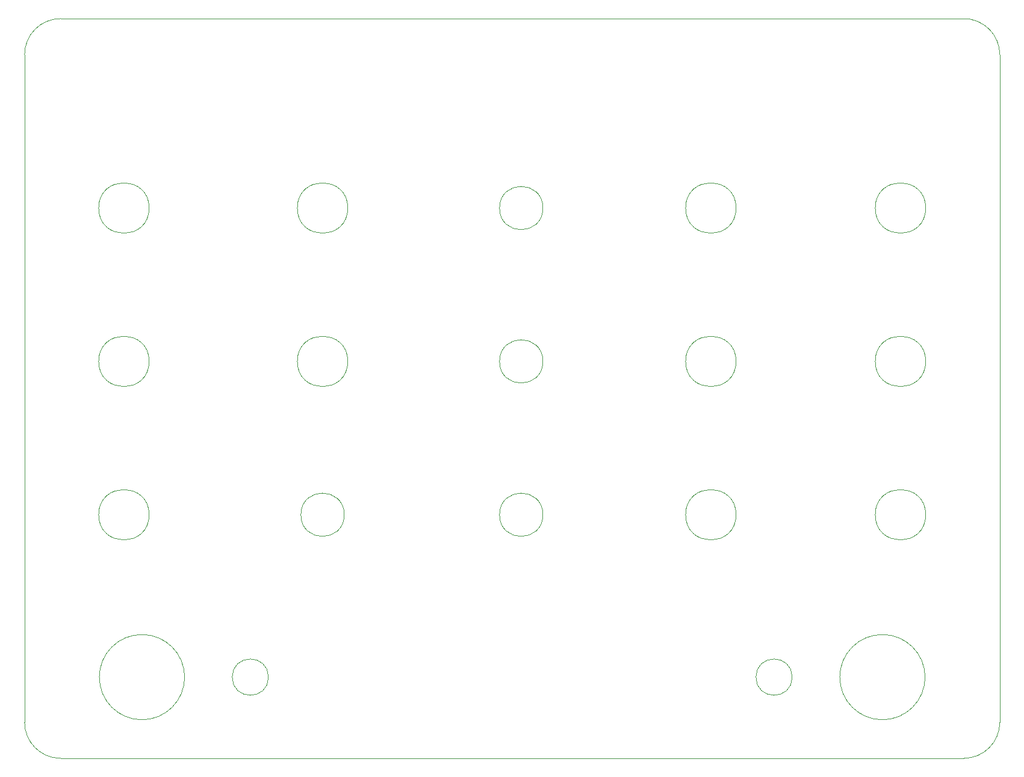
<source format=gm1>
G04 #@! TF.GenerationSoftware,KiCad,Pcbnew,6.0.6-3a73a75311~116~ubuntu22.04.1*
G04 #@! TF.CreationDate,2022-07-13T12:19:01-04:00*
G04 #@! TF.ProjectId,stereo_whooshy_sound_front_panel,73746572-656f-45f7-9768-6f6f7368795f,0*
G04 #@! TF.SameCoordinates,Original*
G04 #@! TF.FileFunction,Profile,NP*
%FSLAX46Y46*%
G04 Gerber Fmt 4.6, Leading zero omitted, Abs format (unit mm)*
G04 Created by KiCad (PCBNEW 6.0.6-3a73a75311~116~ubuntu22.04.1) date 2022-07-13 12:19:01*
%MOMM*%
%LPD*%
G01*
G04 APERTURE LIST*
G04 #@! TA.AperFunction,Profile*
%ADD10C,0.050000*%
G04 #@! TD*
G04 APERTURE END LIST*
D10*
X121795000Y-116840000D02*
G75*
G03*
X121795000Y-116840000I-3050000J0D01*
G01*
X99345000Y-139700000D02*
G75*
G03*
X99345000Y-139700000I-6000000J0D01*
G01*
X184795000Y-139700000D02*
G75*
G03*
X184795000Y-139700000I-2550000J0D01*
G01*
X111135000Y-139700000D02*
G75*
G03*
X111135000Y-139700000I-2550000J0D01*
G01*
X81915000Y-46990000D02*
X208915000Y-46990000D01*
X213995000Y-52070000D02*
G75*
G03*
X208915000Y-46990000I-5080000J0D01*
G01*
X203575000Y-95250000D02*
G75*
G03*
X203575000Y-95250000I-3550000J0D01*
G01*
X76835000Y-146050000D02*
G75*
G03*
X81915000Y-151130000I5080000J0D01*
G01*
X176905000Y-116840000D02*
G75*
G03*
X176905000Y-116840000I-3550000J0D01*
G01*
X94355000Y-95250000D02*
G75*
G03*
X94355000Y-95250000I-3550000J0D01*
G01*
X122295000Y-95250000D02*
G75*
G03*
X122295000Y-95250000I-3550000J0D01*
G01*
X76835000Y-146050000D02*
X76835000Y-52070000D01*
X149735000Y-73660000D02*
G75*
G03*
X149735000Y-73660000I-3050000J0D01*
G01*
X213995000Y-52070000D02*
X213995000Y-146050000D01*
X81915000Y-46990000D02*
G75*
G03*
X76835000Y-52070000I0J-5080000D01*
G01*
X94355000Y-73660000D02*
G75*
G03*
X94355000Y-73660000I-3550000J0D01*
G01*
X208915000Y-151130000D02*
X81915000Y-151130000D01*
X203485000Y-139700000D02*
G75*
G03*
X203485000Y-139700000I-6000000J0D01*
G01*
X149735000Y-95250000D02*
G75*
G03*
X149735000Y-95250000I-3050000J0D01*
G01*
X176905000Y-73660000D02*
G75*
G03*
X176905000Y-73660000I-3550000J0D01*
G01*
X176905000Y-95250000D02*
G75*
G03*
X176905000Y-95250000I-3550000J0D01*
G01*
X208915000Y-151130000D02*
G75*
G03*
X213995000Y-146050000I0J5080000D01*
G01*
X94355000Y-116840000D02*
G75*
G03*
X94355000Y-116840000I-3550000J0D01*
G01*
X149735000Y-116840000D02*
G75*
G03*
X149735000Y-116840000I-3050000J0D01*
G01*
X203575000Y-73660000D02*
G75*
G03*
X203575000Y-73660000I-3550000J0D01*
G01*
X122295000Y-73660000D02*
G75*
G03*
X122295000Y-73660000I-3550000J0D01*
G01*
X203575000Y-116840000D02*
G75*
G03*
X203575000Y-116840000I-3550000J0D01*
G01*
M02*

</source>
